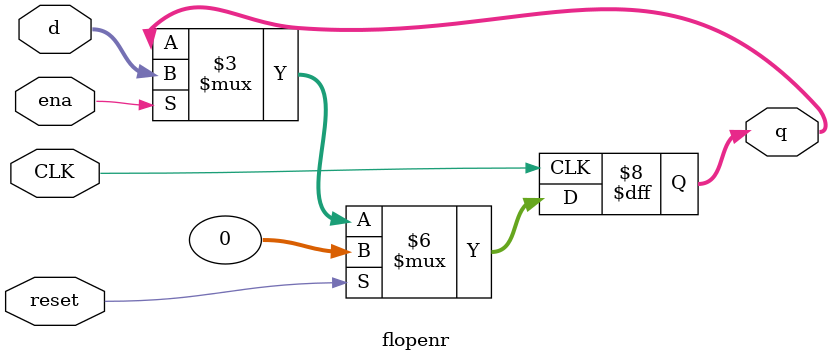
<source format=v>
`timescale 1ns / 1ps


module flopenr #(parameter N=32) (
    input CLK, reset, ena,
    input [N-1:0] d,
    output reg [N-1:0] q
    );
    
    always @(posedge CLK/*, posedge reset*/) begin
        if (reset) begin
            q <= 0;
        end else if (ena != 0) begin
            q <= d;
        end
    end
endmodule

</source>
